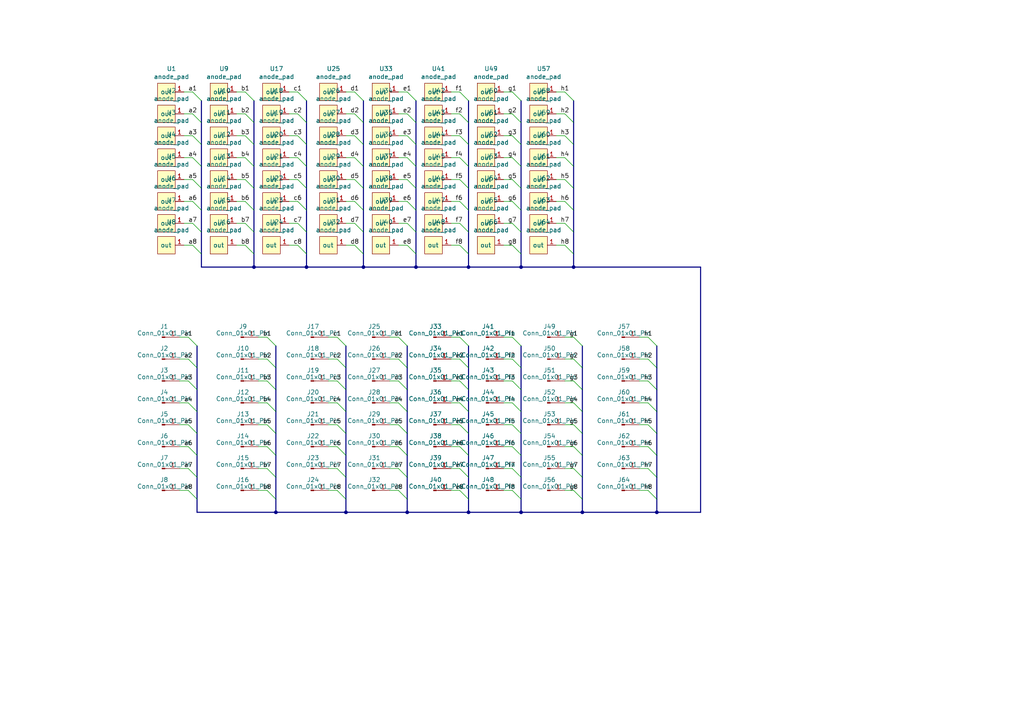
<source format=kicad_sch>
(kicad_sch (version 20230121) (generator eeschema)
  (paper "A4")
  (junction (at 120.65 77.47))
  (junction (at 118.11 148.59))
  (junction (at 73.66 77.47))
  (junction (at 151.13 77.47))
  (junction (at 151.13 148.59))
  (junction (at 105.41 77.47))
  (junction (at 190.5 148.59))
  (junction (at 80.01 148.59))
  (junction (at 88.9 77.47))
  (junction (at 135.89 77.47))
  (junction (at 166.37 77.47))
  (junction (at 168.91 148.59))
  (junction (at 135.89 148.59))
  (junction (at 100.33 148.59))
  (bus_entry (at 115.57 135.89) (size 2.54 2.54))
  (bus_entry (at 187.96 129.54) (size 2.54 2.54))
  (bus_entry (at 148.59 104.14) (size 2.54 2.54))
  (bus_entry (at 54.61 123.19) (size 2.54 2.54))
  (bus_entry (at 133.35 142.24) (size 2.54 2.54))
  (bus_entry (at 115.57 129.54) (size 2.54 2.54))
  (bus_entry (at 97.79 97.79) (size 2.54 2.54))
  (bus_entry (at 97.79 135.89) (size 2.54 2.54))
  (bus_entry (at 102.87 45.72) (size 2.54 2.54))
  (bus_entry (at 148.59 58.42) (size 2.54 2.54))
  (bus_entry (at 71.12 39.37) (size 2.54 2.54))
  (bus_entry (at 133.35 39.37) (size 2.54 2.54))
  (bus_entry (at 71.12 58.42) (size 2.54 2.54))
  (bus_entry (at 148.59 71.12) (size 2.54 2.54))
  (bus_entry (at 166.37 142.24) (size 2.54 2.54))
  (bus_entry (at 148.59 116.84) (size 2.54 2.54))
  (bus_entry (at 148.59 129.54) (size 2.54 2.54))
  (bus_entry (at 55.88 39.37) (size 2.54 2.54))
  (bus_entry (at 102.87 71.12) (size 2.54 2.54))
  (bus_entry (at 163.83 52.07) (size 2.54 2.54))
  (bus_entry (at 77.47 116.84) (size 2.54 2.54))
  (bus_entry (at 148.59 45.72) (size 2.54 2.54))
  (bus_entry (at 97.79 110.49) (size 2.54 2.54))
  (bus_entry (at 115.57 116.84) (size 2.54 2.54))
  (bus_entry (at 86.36 45.72) (size 2.54 2.54))
  (bus_entry (at 148.59 64.77) (size 2.54 2.54))
  (bus_entry (at 166.37 110.49) (size 2.54 2.54))
  (bus_entry (at 118.11 45.72) (size 2.54 2.54))
  (bus_entry (at 86.36 64.77) (size 2.54 2.54))
  (bus_entry (at 97.79 142.24) (size 2.54 2.54))
  (bus_entry (at 102.87 26.67) (size 2.54 2.54))
  (bus_entry (at 55.88 64.77) (size 2.54 2.54))
  (bus_entry (at 187.96 110.49) (size 2.54 2.54))
  (bus_entry (at 71.12 64.77) (size 2.54 2.54))
  (bus_entry (at 86.36 52.07) (size 2.54 2.54))
  (bus_entry (at 118.11 26.67) (size 2.54 2.54))
  (bus_entry (at 133.35 116.84) (size 2.54 2.54))
  (bus_entry (at 115.57 123.19) (size 2.54 2.54))
  (bus_entry (at 133.35 129.54) (size 2.54 2.54))
  (bus_entry (at 148.59 110.49) (size 2.54 2.54))
  (bus_entry (at 71.12 52.07) (size 2.54 2.54))
  (bus_entry (at 133.35 52.07) (size 2.54 2.54))
  (bus_entry (at 97.79 116.84) (size 2.54 2.54))
  (bus_entry (at 148.59 39.37) (size 2.54 2.54))
  (bus_entry (at 54.61 135.89) (size 2.54 2.54))
  (bus_entry (at 187.96 97.79) (size 2.54 2.54))
  (bus_entry (at 133.35 33.02) (size 2.54 2.54))
  (bus_entry (at 133.35 135.89) (size 2.54 2.54))
  (bus_entry (at 102.87 33.02) (size 2.54 2.54))
  (bus_entry (at 166.37 135.89) (size 2.54 2.54))
  (bus_entry (at 133.35 104.14) (size 2.54 2.54))
  (bus_entry (at 54.61 110.49) (size 2.54 2.54))
  (bus_entry (at 163.83 33.02) (size 2.54 2.54))
  (bus_entry (at 115.57 104.14) (size 2.54 2.54))
  (bus_entry (at 166.37 116.84) (size 2.54 2.54))
  (bus_entry (at 97.79 123.19) (size 2.54 2.54))
  (bus_entry (at 166.37 97.79) (size 2.54 2.54))
  (bus_entry (at 77.47 104.14) (size 2.54 2.54))
  (bus_entry (at 54.61 116.84) (size 2.54 2.54))
  (bus_entry (at 163.83 26.67) (size 2.54 2.54))
  (bus_entry (at 86.36 58.42) (size 2.54 2.54))
  (bus_entry (at 148.59 52.07) (size 2.54 2.54))
  (bus_entry (at 148.59 33.02) (size 2.54 2.54))
  (bus_entry (at 55.88 45.72) (size 2.54 2.54))
  (bus_entry (at 163.83 64.77) (size 2.54 2.54))
  (bus_entry (at 133.35 97.79) (size 2.54 2.54))
  (bus_entry (at 102.87 39.37) (size 2.54 2.54))
  (bus_entry (at 97.79 104.14) (size 2.54 2.54))
  (bus_entry (at 71.12 26.67) (size 2.54 2.54))
  (bus_entry (at 187.96 116.84) (size 2.54 2.54))
  (bus_entry (at 55.88 58.42) (size 2.54 2.54))
  (bus_entry (at 118.11 39.37) (size 2.54 2.54))
  (bus_entry (at 133.35 71.12) (size 2.54 2.54))
  (bus_entry (at 166.37 104.14) (size 2.54 2.54))
  (bus_entry (at 102.87 64.77) (size 2.54 2.54))
  (bus_entry (at 54.61 97.79) (size 2.54 2.54))
  (bus_entry (at 54.61 142.24) (size 2.54 2.54))
  (bus_entry (at 133.35 110.49) (size 2.54 2.54))
  (bus_entry (at 187.96 123.19) (size 2.54 2.54))
  (bus_entry (at 71.12 45.72) (size 2.54 2.54))
  (bus_entry (at 118.11 71.12) (size 2.54 2.54))
  (bus_entry (at 77.47 110.49) (size 2.54 2.54))
  (bus_entry (at 187.96 142.24) (size 2.54 2.54))
  (bus_entry (at 163.83 71.12) (size 2.54 2.54))
  (bus_entry (at 118.11 58.42) (size 2.54 2.54))
  (bus_entry (at 148.59 26.67) (size 2.54 2.54))
  (bus_entry (at 133.35 26.67) (size 2.54 2.54))
  (bus_entry (at 133.35 123.19) (size 2.54 2.54))
  (bus_entry (at 115.57 97.79) (size 2.54 2.54))
  (bus_entry (at 115.57 142.24) (size 2.54 2.54))
  (bus_entry (at 86.36 71.12) (size 2.54 2.54))
  (bus_entry (at 187.96 135.89) (size 2.54 2.54))
  (bus_entry (at 86.36 26.67) (size 2.54 2.54))
  (bus_entry (at 77.47 97.79) (size 2.54 2.54))
  (bus_entry (at 133.35 58.42) (size 2.54 2.54))
  (bus_entry (at 55.88 52.07) (size 2.54 2.54))
  (bus_entry (at 166.37 129.54) (size 2.54 2.54))
  (bus_entry (at 97.79 129.54) (size 2.54 2.54))
  (bus_entry (at 77.47 142.24) (size 2.54 2.54))
  (bus_entry (at 148.59 123.19) (size 2.54 2.54))
  (bus_entry (at 77.47 129.54) (size 2.54 2.54))
  (bus_entry (at 163.83 58.42) (size 2.54 2.54))
  (bus_entry (at 115.57 110.49) (size 2.54 2.54))
  (bus_entry (at 118.11 52.07) (size 2.54 2.54))
  (bus_entry (at 77.47 135.89) (size 2.54 2.54))
  (bus_entry (at 148.59 135.89) (size 2.54 2.54))
  (bus_entry (at 187.96 104.14) (size 2.54 2.54))
  (bus_entry (at 148.59 142.24) (size 2.54 2.54))
  (bus_entry (at 54.61 104.14) (size 2.54 2.54))
  (bus_entry (at 166.37 123.19) (size 2.54 2.54))
  (bus_entry (at 163.83 45.72) (size 2.54 2.54))
  (bus_entry (at 55.88 26.67) (size 2.54 2.54))
  (bus_entry (at 133.35 45.72) (size 2.54 2.54))
  (bus_entry (at 118.11 33.02) (size 2.54 2.54))
  (bus_entry (at 133.35 64.77) (size 2.54 2.54))
  (bus_entry (at 55.88 71.12) (size 2.54 2.54))
  (bus_entry (at 163.83 39.37) (size 2.54 2.54))
  (bus_entry (at 102.87 52.07) (size 2.54 2.54))
  (bus_entry (at 54.61 129.54) (size 2.54 2.54))
  (bus_entry (at 55.88 33.02) (size 2.54 2.54))
  (bus_entry (at 102.87 58.42) (size 2.54 2.54))
  (bus_entry (at 118.11 64.77) (size 2.54 2.54))
  (bus_entry (at 148.59 97.79) (size 2.54 2.54))
  (bus_entry (at 86.36 39.37) (size 2.54 2.54))
  (bus_entry (at 71.12 33.02) (size 2.54 2.54))
  (bus_entry (at 86.36 33.02) (size 2.54 2.54))
  (bus_entry (at 71.12 71.12) (size 2.54 2.54))
  (bus_entry (at 77.47 123.19) (size 2.54 2.54))
  (wire (pts (xy 53.34 45.72) (xy 55.88 45.72)))
  (wire (pts (xy 163.83 135.89) (xy 166.37 135.89)))
  (wire (pts (xy 74.93 97.79) (xy 77.47 97.79)))
  (bus (pts (xy 166.37 41.91) (xy 166.37 48.26)))
  (wire (pts (xy 74.93 129.54) (xy 77.47 129.54)))
  (bus (pts (xy 166.37 29.21) (xy 166.37 35.56)))
  (bus (pts (xy 190.5 138.43) (xy 190.5 144.78)))
  (bus (pts (xy 118.11 148.59) (xy 135.89 148.59)))
  (bus (pts (xy 58.42 67.31) (xy 58.42 73.66)))
  (bus (pts (xy 80.01 148.59) (xy 100.33 148.59)))
  (wire (pts (xy 113.03 97.79) (xy 115.57 97.79)))
  (wire (pts (xy 130.81 135.89) (xy 133.35 135.89)))
  (bus (pts (xy 135.89 113.03) (xy 135.89 119.38)))
  (wire (pts (xy 68.58 71.12) (xy 71.12 71.12)))
  (bus (pts (xy 80.01 113.03) (xy 80.01 119.38)))
  (wire (pts (xy 146.05 123.19) (xy 148.59 123.19)))
  (bus (pts (xy 190.5 100.33) (xy 190.5 106.68)))
  (bus (pts (xy 58.42 35.56) (xy 58.42 41.91)))
  (bus (pts (xy 105.41 73.66) (xy 105.41 77.47)))
  (bus (pts (xy 151.13 125.73) (xy 151.13 132.08)))
  (wire (pts (xy 74.93 135.89) (xy 77.47 135.89)))
  (bus (pts (xy 57.15 113.03) (xy 57.15 119.38)))
  (wire (pts (xy 163.83 97.79) (xy 166.37 97.79)))
  (wire (pts (xy 53.34 64.77) (xy 55.88 64.77)))
  (wire (pts (xy 185.42 129.54) (xy 187.96 129.54)))
  (wire (pts (xy 163.83 129.54) (xy 166.37 129.54)))
  (bus (pts (xy 80.01 119.38) (xy 80.01 125.73)))
  (wire (pts (xy 185.42 104.14) (xy 187.96 104.14)))
  (wire (pts (xy 113.03 123.19) (xy 115.57 123.19)))
  (bus (pts (xy 58.42 77.47) (xy 73.66 77.47)))
  (bus (pts (xy 135.89 100.33) (xy 135.89 106.68)))
  (wire (pts (xy 130.81 71.12) (xy 133.35 71.12)))
  (bus (pts (xy 118.11 138.43) (xy 118.11 144.78)))
  (bus (pts (xy 105.41 60.96) (xy 105.41 67.31)))
  (wire (pts (xy 68.58 26.67) (xy 71.12 26.67)))
  (wire (pts (xy 95.25 110.49) (xy 97.79 110.49)))
  (wire (pts (xy 83.82 71.12) (xy 86.36 71.12)))
  (wire (pts (xy 130.81 52.07) (xy 133.35 52.07)))
  (bus (pts (xy 151.13 106.68) (xy 151.13 113.03)))
  (wire (pts (xy 74.93 142.24) (xy 77.47 142.24)))
  (bus (pts (xy 100.33 106.68) (xy 100.33 113.03)))
  (bus (pts (xy 168.91 138.43) (xy 168.91 144.78)))
  (wire (pts (xy 113.03 129.54) (xy 115.57 129.54)))
  (wire (pts (xy 115.57 71.12) (xy 118.11 71.12)))
  (wire (pts (xy 115.57 64.77) (xy 118.11 64.77)))
  (bus (pts (xy 105.41 48.26) (xy 105.41 54.61)))
  (bus (pts (xy 166.37 35.56) (xy 166.37 41.91)))
  (bus (pts (xy 135.89 119.38) (xy 135.89 125.73)))
  (bus (pts (xy 58.42 54.61) (xy 58.42 60.96)))
  (wire (pts (xy 146.05 97.79) (xy 148.59 97.79)))
  (wire (pts (xy 95.25 97.79) (xy 97.79 97.79)))
  (bus (pts (xy 151.13 144.78) (xy 151.13 148.59)))
  (bus (pts (xy 166.37 60.96) (xy 166.37 67.31)))
  (bus (pts (xy 100.33 119.38) (xy 100.33 125.73)))
  (bus (pts (xy 118.11 106.68) (xy 118.11 113.03)))
  (bus (pts (xy 118.11 125.73) (xy 118.11 132.08)))
  (wire (pts (xy 115.57 26.67) (xy 118.11 26.67)))
  (wire (pts (xy 185.42 123.19) (xy 187.96 123.19)))
  (wire (pts (xy 68.58 64.77) (xy 71.12 64.77)))
  (wire (pts (xy 95.25 142.24) (xy 97.79 142.24)))
  (wire (pts (xy 115.57 33.02) (xy 118.11 33.02)))
  (bus (pts (xy 105.41 41.91) (xy 105.41 48.26)))
  (bus (pts (xy 135.89 125.73) (xy 135.89 132.08)))
  (bus (pts (xy 166.37 77.47) (xy 203.2 77.47)))
  (bus (pts (xy 118.11 113.03) (xy 118.11 119.38)))
  (bus (pts (xy 120.65 67.31) (xy 120.65 73.66)))
  (wire (pts (xy 95.25 129.54) (xy 97.79 129.54)))
  (wire (pts (xy 83.82 33.02) (xy 86.36 33.02)))
  (wire (pts (xy 163.83 142.24) (xy 166.37 142.24)))
  (bus (pts (xy 88.9 41.91) (xy 88.9 48.26)))
  (wire (pts (xy 68.58 52.07) (xy 71.12 52.07)))
  (wire (pts (xy 130.81 116.84) (xy 133.35 116.84)))
  (wire (pts (xy 130.81 33.02) (xy 133.35 33.02)))
  (bus (pts (xy 100.33 148.59) (xy 118.11 148.59)))
  (bus (pts (xy 80.01 138.43) (xy 80.01 144.78)))
  (wire (pts (xy 185.42 116.84) (xy 187.96 116.84)))
  (bus (pts (xy 88.9 35.56) (xy 88.9 41.91)))
  (wire (pts (xy 146.05 33.02) (xy 148.59 33.02)))
  (bus (pts (xy 151.13 113.03) (xy 151.13 119.38)))
  (bus (pts (xy 135.89 60.96) (xy 135.89 67.31)))
  (bus (pts (xy 57.15 138.43) (xy 57.15 144.78)))
  (wire (pts (xy 95.25 104.14) (xy 97.79 104.14)))
  (wire (pts (xy 161.29 52.07) (xy 163.83 52.07)))
  (bus (pts (xy 135.89 35.56) (xy 135.89 41.91)))
  (wire (pts (xy 95.25 135.89) (xy 97.79 135.89)))
  (bus (pts (xy 151.13 148.59) (xy 168.91 148.59)))
  (wire (pts (xy 115.57 52.07) (xy 118.11 52.07)))
  (bus (pts (xy 88.9 77.47) (xy 105.41 77.47)))
  (wire (pts (xy 68.58 39.37) (xy 71.12 39.37)))
  (wire (pts (xy 115.57 45.72) (xy 118.11 45.72)))
  (wire (pts (xy 52.07 110.49) (xy 54.61 110.49)))
  (bus (pts (xy 151.13 41.91) (xy 151.13 48.26)))
  (bus (pts (xy 151.13 67.31) (xy 151.13 73.66)))
  (bus (pts (xy 100.33 113.03) (xy 100.33 119.38)))
  (wire (pts (xy 100.33 33.02) (xy 102.87 33.02)))
  (wire (pts (xy 130.81 129.54) (xy 133.35 129.54)))
  (bus (pts (xy 57.15 106.68) (xy 57.15 113.03)))
  (bus (pts (xy 151.13 60.96) (xy 151.13 67.31)))
  (wire (pts (xy 95.25 123.19) (xy 97.79 123.19)))
  (bus (pts (xy 190.5 125.73) (xy 190.5 132.08)))
  (wire (pts (xy 130.81 39.37) (xy 133.35 39.37)))
  (wire (pts (xy 83.82 64.77) (xy 86.36 64.77)))
  (wire (pts (xy 100.33 39.37) (xy 102.87 39.37)))
  (wire (pts (xy 163.83 123.19) (xy 166.37 123.19)))
  (bus (pts (xy 151.13 138.43) (xy 151.13 144.78)))
  (wire (pts (xy 52.07 104.14) (xy 54.61 104.14)))
  (wire (pts (xy 146.05 26.67) (xy 148.59 26.67)))
  (wire (pts (xy 130.81 26.67) (xy 133.35 26.67)))
  (bus (pts (xy 57.15 100.33) (xy 57.15 106.68)))
  (bus (pts (xy 135.89 138.43) (xy 135.89 144.78)))
  (bus (pts (xy 58.42 73.66) (xy 58.42 77.47)))
  (bus (pts (xy 105.41 35.56) (xy 105.41 41.91)))
  (wire (pts (xy 113.03 142.24) (xy 115.57 142.24)))
  (bus (pts (xy 151.13 132.08) (xy 151.13 138.43)))
  (bus (pts (xy 58.42 60.96) (xy 58.42 67.31)))
  (bus (pts (xy 135.89 148.59) (xy 151.13 148.59)))
  (bus (pts (xy 57.15 132.08) (xy 57.15 138.43)))
  (wire (pts (xy 130.81 58.42) (xy 133.35 58.42)))
  (wire (pts (xy 146.05 104.14) (xy 148.59 104.14)))
  (wire (pts (xy 113.03 110.49) (xy 115.57 110.49)))
  (wire (pts (xy 113.03 104.14) (xy 115.57 104.14)))
  (wire (pts (xy 83.82 52.07) (xy 86.36 52.07)))
  (wire (pts (xy 146.05 45.72) (xy 148.59 45.72)))
  (wire (pts (xy 146.05 71.12) (xy 148.59 71.12)))
  (bus (pts (xy 100.33 125.73) (xy 100.33 132.08)))
  (bus (pts (xy 88.9 48.26) (xy 88.9 54.61)))
  (wire (pts (xy 130.81 123.19) (xy 133.35 123.19)))
  (wire (pts (xy 163.83 116.84) (xy 166.37 116.84)))
  (wire (pts (xy 185.42 142.24) (xy 187.96 142.24)))
  (wire (pts (xy 163.83 104.14) (xy 166.37 104.14)))
  (bus (pts (xy 80.01 144.78) (xy 80.01 148.59)))
  (bus (pts (xy 135.89 41.91) (xy 135.89 48.26)))
  (bus (pts (xy 135.89 29.21) (xy 135.89 35.56)))
  (bus (pts (xy 80.01 125.73) (xy 80.01 132.08)))
  (bus (pts (xy 118.11 144.78) (xy 118.11 148.59)))
  (wire (pts (xy 83.82 39.37) (xy 86.36 39.37)))
  (bus (pts (xy 73.66 41.91) (xy 73.66 48.26)))
  (wire (pts (xy 146.05 142.24) (xy 148.59 142.24)))
  (bus (pts (xy 120.65 35.56) (xy 120.65 41.91)))
  (bus (pts (xy 88.9 29.21) (xy 88.9 35.56)))
  (wire (pts (xy 68.58 33.02) (xy 71.12 33.02)))
  (wire (pts (xy 161.29 45.72) (xy 163.83 45.72)))
  (wire (pts (xy 83.82 58.42) (xy 86.36 58.42)))
  (bus (pts (xy 151.13 77.47) (xy 166.37 77.47)))
  (bus (pts (xy 151.13 119.38) (xy 151.13 125.73)))
  (bus (pts (xy 88.9 54.61) (xy 88.9 60.96)))
  (wire (pts (xy 113.03 116.84) (xy 115.57 116.84)))
  (bus (pts (xy 135.89 73.66) (xy 135.89 77.47)))
  (wire (pts (xy 53.34 58.42) (xy 55.88 58.42)))
  (bus (pts (xy 190.5 144.78) (xy 190.5 148.59)))
  (bus (pts (xy 57.15 148.59) (xy 80.01 148.59)))
  (bus (pts (xy 166.37 48.26) (xy 166.37 54.61)))
  (bus (pts (xy 151.13 73.66) (xy 151.13 77.47)))
  (wire (pts (xy 83.82 26.67) (xy 86.36 26.67)))
  (bus (pts (xy 168.91 113.03) (xy 168.91 119.38)))
  (bus (pts (xy 100.33 144.78) (xy 100.33 148.59)))
  (wire (pts (xy 74.93 110.49) (xy 77.47 110.49)))
  (bus (pts (xy 73.66 67.31) (xy 73.66 73.66)))
  (bus (pts (xy 120.65 60.96) (xy 120.65 67.31)))
  (bus (pts (xy 118.11 132.08) (xy 118.11 138.43)))
  (wire (pts (xy 146.05 129.54) (xy 148.59 129.54)))
  (bus (pts (xy 168.91 106.68) (xy 168.91 113.03)))
  (wire (pts (xy 146.05 64.77) (xy 148.59 64.77)))
  (bus (pts (xy 73.66 60.96) (xy 73.66 67.31)))
  (bus (pts (xy 190.5 106.68) (xy 190.5 113.03)))
  (wire (pts (xy 130.81 142.24) (xy 133.35 142.24)))
  (wire (pts (xy 163.83 110.49) (xy 166.37 110.49)))
  (wire (pts (xy 53.34 52.07) (xy 55.88 52.07)))
  (bus (pts (xy 73.66 73.66) (xy 73.66 77.47)))
  (wire (pts (xy 83.82 45.72) (xy 86.36 45.72)))
  (wire (pts (xy 130.81 104.14) (xy 133.35 104.14)))
  (bus (pts (xy 120.65 41.91) (xy 120.65 48.26)))
  (bus (pts (xy 135.89 77.47) (xy 151.13 77.47)))
  (bus (pts (xy 88.9 73.66) (xy 88.9 77.47)))
  (wire (pts (xy 161.29 58.42) (xy 163.83 58.42)))
  (bus (pts (xy 135.89 144.78) (xy 135.89 148.59)))
  (wire (pts (xy 161.29 64.77) (xy 163.83 64.77)))
  (bus (pts (xy 190.5 132.08) (xy 190.5 138.43)))
  (bus (pts (xy 135.89 54.61) (xy 135.89 60.96)))
  (wire (pts (xy 146.05 39.37) (xy 148.59 39.37)))
  (bus (pts (xy 190.5 119.38) (xy 190.5 125.73)))
  (wire (pts (xy 52.07 116.84) (xy 54.61 116.84)))
  (bus (pts (xy 166.37 54.61) (xy 166.37 60.96)))
  (bus (pts (xy 57.15 144.78) (xy 57.15 148.59)))
  (bus (pts (xy 100.33 132.08) (xy 100.33 138.43)))
  (bus (pts (xy 88.9 60.96) (xy 88.9 67.31)))
  (bus (pts (xy 58.42 29.21) (xy 58.42 35.56)))
  (wire (pts (xy 100.33 26.67) (xy 102.87 26.67)))
  (bus (pts (xy 58.42 41.91) (xy 58.42 48.26)))
  (wire (pts (xy 146.05 52.07) (xy 148.59 52.07)))
  (wire (pts (xy 52.07 142.24) (xy 54.61 142.24)))
  (bus (pts (xy 151.13 48.26) (xy 151.13 54.61)))
  (bus (pts (xy 135.89 48.26) (xy 135.89 54.61)))
  (wire (pts (xy 100.33 71.12) (xy 102.87 71.12)))
  (wire (pts (xy 146.05 135.89) (xy 148.59 135.89)))
  (wire (pts (xy 115.57 39.37) (xy 118.11 39.37)))
  (wire (pts (xy 161.29 26.67) (xy 163.83 26.67)))
  (bus (pts (xy 57.15 125.73) (xy 57.15 132.08)))
  (bus (pts (xy 168.91 144.78) (xy 168.91 148.59)))
  (bus (pts (xy 57.15 119.38) (xy 57.15 125.73)))
  (bus (pts (xy 73.66 48.26) (xy 73.66 54.61)))
  (wire (pts (xy 52.07 135.89) (xy 54.61 135.89)))
  (bus (pts (xy 73.66 77.47) (xy 88.9 77.47)))
  (wire (pts (xy 185.42 110.49) (xy 187.96 110.49)))
  (bus (pts (xy 120.65 29.21) (xy 120.65 35.56)))
  (bus (pts (xy 168.91 148.59) (xy 190.5 148.59)))
  (bus (pts (xy 203.2 77.47) (xy 203.2 148.59)))
  (bus (pts (xy 88.9 67.31) (xy 88.9 73.66)))
  (bus (pts (xy 120.65 48.26) (xy 120.65 54.61)))
  (bus (pts (xy 120.65 73.66) (xy 120.65 77.47)))
  (bus (pts (xy 73.66 54.61) (xy 73.66 60.96)))
  (wire (pts (xy 52.07 123.19) (xy 54.61 123.19)))
  (bus (pts (xy 118.11 100.33) (xy 118.11 106.68)))
  (bus (pts (xy 151.13 29.21) (xy 151.13 35.56)))
  (wire (pts (xy 74.93 116.84) (xy 77.47 116.84)))
  (wire (pts (xy 130.81 110.49) (xy 133.35 110.49)))
  (wire (pts (xy 130.81 64.77) (xy 133.35 64.77)))
  (wire (pts (xy 130.81 45.72) (xy 133.35 45.72)))
  (bus (pts (xy 120.65 77.47) (xy 135.89 77.47)))
  (bus (pts (xy 190.5 113.03) (xy 190.5 119.38)))
  (wire (pts (xy 161.29 71.12) (xy 163.83 71.12)))
  (bus (pts (xy 166.37 73.66) (xy 166.37 77.47)))
  (wire (pts (xy 95.25 116.84) (xy 97.79 116.84)))
  (bus (pts (xy 73.66 35.56) (xy 73.66 41.91)))
  (wire (pts (xy 185.42 97.79) (xy 187.96 97.79)))
  (wire (pts (xy 113.03 135.89) (xy 115.57 135.89)))
  (bus (pts (xy 58.42 48.26) (xy 58.42 54.61)))
  (bus (pts (xy 135.89 67.31) (xy 135.89 73.66)))
  (bus (pts (xy 203.2 148.59) (xy 190.5 148.59)))
  (bus (pts (xy 100.33 100.33) (xy 100.33 106.68)))
  (bus (pts (xy 135.89 132.08) (xy 135.89 138.43)))
  (wire (pts (xy 130.81 97.79) (xy 133.35 97.79)))
  (wire (pts (xy 146.05 58.42) (xy 148.59 58.42)))
  (wire (pts (xy 53.34 26.67) (xy 55.88 26.67)))
  (wire (pts (xy 146.05 110.49) (xy 148.59 110.49)))
  (wire (pts (xy 68.58 58.42) (xy 71.12 58.42)))
  (bus (pts (xy 168.91 125.73) (xy 168.91 132.08)))
  (wire (pts (xy 185.42 135.89) (xy 187.96 135.89)))
  (wire (pts (xy 68.58 45.72) (xy 71.12 45.72)))
  (wire (pts (xy 52.07 129.54) (xy 54.61 129.54)))
  (bus (pts (xy 105.41 77.47) (xy 120.65 77.47)))
  (bus (pts (xy 120.65 54.61) (xy 120.65 60.96)))
  (wire (pts (xy 146.05 116.84) (xy 148.59 116.84)))
  (wire (pts (xy 74.93 104.14) (xy 77.47 104.14)))
  (wire (pts (xy 53.34 33.02) (xy 55.88 33.02)))
  (bus (pts (xy 73.66 29.21) (xy 73.66 35.56)))
  (wire (pts (xy 100.33 52.07) (xy 102.87 52.07)))
  (wire (pts (xy 161.29 33.02) (xy 163.83 33.02)))
  (bus (pts (xy 105.41 67.31) (xy 105.41 73.66)))
  (bus (pts (xy 135.89 106.68) (xy 135.89 113.03)))
  (bus (pts (xy 100.33 138.43) (xy 100.33 144.78)))
  (wire (pts (xy 100.33 45.72) (xy 102.87 45.72)))
  (wire (pts (xy 52.07 97.79) (xy 54.61 97.79)))
  (wire (pts (xy 100.33 64.77) (xy 102.87 64.77)))
  (bus (pts (xy 151.13 35.56) (xy 151.13 41.91)))
  (wire (pts (xy 161.29 39.37) (xy 163.83 39.37)))
  (bus (pts (xy 105.41 29.21) (xy 105.41 35.56)))
  (bus (pts (xy 168.91 132.08) (xy 168.91 138.43)))
  (bus (pts (xy 168.91 119.38) (xy 168.91 125.73)))
  (bus (pts (xy 80.01 100.33) (xy 80.01 106.68)))
  (bus (pts (xy 80.01 132.08) (xy 80.01 138.43)))
  (wire (pts (xy 53.34 71.12) (xy 55.88 71.12)))
  (bus (pts (xy 80.01 106.68) (xy 80.01 113.03)))
  (wire (pts (xy 53.34 39.37) (xy 55.88 39.37)))
  (bus (pts (xy 105.41 54.61) (xy 105.41 60.96)))
  (bus (pts (xy 151.13 54.61) (xy 151.13 60.96)))
  (wire (pts (xy 74.93 123.19) (xy 77.47 123.19)))
  (bus (pts (xy 118.11 119.38) (xy 118.11 125.73)))
  (bus (pts (xy 151.13 100.33) (xy 151.13 106.68)))
  (bus (pts (xy 168.91 100.33) (xy 168.91 106.68)))
  (wire (pts (xy 115.57 58.42) (xy 118.11 58.42)))
  (bus (pts (xy 166.37 67.31) (xy 166.37 73.66)))
  (wire (pts (xy 100.33 58.42) (xy 102.87 58.42)))
  (label "f2" (at 132.08 33.02 0))
  (label "d6" (at 114.3 129.54 0))
  (label "f1" (at 147.32 97.79 0))
  (label "a8" (at 54.61 71.12 0))
  (label "d7" (at 114.3 135.89 0))
  (label "c4" (at 85.09 45.72 0))
  (label "b6" (at 69.85 58.42 0))
  (label "b2" (at 76.2 104.14 0))
  (label "e8" (at 132.08 142.24 0))
  (label "c6" (at 85.09 58.42 0))
  (label "a4" (at 53.34 116.84 0))
  (label "a6" (at 54.61 58.42 0))
  (label "d7" (at 101.6 64.77 0))
  (label "g3" (at 165.1 110.49 0))
  (label "f8" (at 147.32 142.24 0))
  (label "c2" (at 96.52 104.14 0))
  (label "e1" (at 132.08 97.79 0))
  (label "e5" (at 132.08 123.19 0))
  (label "c1" (at 96.52 97.79 0))
  (label "h8" (at 162.56 71.12 0))
  (label "c8" (at 85.09 71.12 0))
  (label "d8" (at 114.3 142.24 0))
  (label "h3" (at 162.56 39.37 0))
  (label "h6" (at 186.69 129.54 0))
  (label "f2" (at 147.32 104.14 0))
  (label "b3" (at 69.85 39.37 0))
  (label "h6" (at 162.56 58.42 0))
  (label "g7" (at 165.1 135.89 0))
  (label "e3" (at 132.08 110.49 0))
  (label "h5" (at 186.69 123.19 0))
  (label "e2" (at 132.08 104.14 0))
  (label "d2" (at 114.3 104.14 0))
  (label "b2" (at 69.85 33.02 0))
  (label "b1" (at 76.2 97.79 0))
  (label "b1" (at 69.85 26.67 0))
  (label "c8" (at 96.52 142.24 0))
  (label "b7" (at 69.85 64.77 0))
  (label "c5" (at 85.09 52.07 0))
  (label "b3" (at 76.2 110.49 0))
  (label "f6" (at 147.32 129.54 0))
  (label "a7" (at 54.61 64.77 0))
  (label "d5" (at 101.6 52.07 0))
  (label "b7" (at 76.2 135.89 0))
  (label "f4" (at 147.32 116.84 0))
  (label "f7" (at 147.32 135.89 0))
  (label "a1" (at 54.61 26.67 0))
  (label "d8" (at 101.6 71.12 0))
  (label "f5" (at 132.08 52.07 0))
  (label "d5" (at 114.3 123.19 0))
  (label "d3" (at 101.6 39.37 0))
  (label "c2" (at 85.09 33.02 0))
  (label "e8" (at 116.84 71.12 0))
  (label "d1" (at 114.3 97.79 0))
  (label "g2" (at 147.32 33.02 0))
  (label "f1" (at 132.08 26.67 0))
  (label "f8" (at 132.08 71.12 0))
  (label "g1" (at 165.1 97.79 0))
  (label "f3" (at 132.08 39.37 0))
  (label "h8" (at 186.69 142.24 0))
  (label "f5" (at 147.32 123.19 0))
  (label "d3" (at 114.3 110.49 0))
  (label "a5" (at 53.34 123.19 0))
  (label "f6" (at 132.08 58.42 0))
  (label "g2" (at 165.1 104.14 0))
  (label "b4" (at 76.2 116.84 0))
  (label "d6" (at 101.6 58.42 0))
  (label "g6" (at 147.32 58.42 0))
  (label "h7" (at 162.56 64.77 0))
  (label "g5" (at 147.32 52.07 0))
  (label "b4" (at 69.85 45.72 0))
  (label "b8" (at 76.2 142.24 0))
  (label "g4" (at 165.1 116.84 0))
  (label "f3" (at 147.32 110.49 0))
  (label "b5" (at 76.2 123.19 0))
  (label "g4" (at 147.32 45.72 0))
  (label "e4" (at 116.84 45.72 0))
  (label "a2" (at 53.34 104.14 0))
  (label "h1" (at 186.69 97.79 0))
  (label "h2" (at 186.69 104.14 0))
  (label "c7" (at 96.52 135.89 0))
  (label "a4" (at 54.61 45.72 0))
  (label "h3" (at 186.69 110.49 0))
  (label "a3" (at 54.61 39.37 0))
  (label "f4" (at 132.08 45.72 0))
  (label "b8" (at 69.85 71.12 0))
  (label "b5" (at 69.85 52.07 0))
  (label "g8" (at 165.1 142.24 0))
  (label "e5" (at 116.84 52.07 0))
  (label "g1" (at 147.32 26.67 0))
  (label "a3" (at 53.34 110.49 0))
  (label "a1" (at 53.34 97.79 0))
  (label "h5" (at 162.56 52.07 0))
  (label "g6" (at 165.1 129.54 0))
  (label "c3" (at 85.09 39.37 0))
  (label "h4" (at 186.69 116.84 0))
  (label "a5" (at 54.61 52.07 0))
  (label "e2" (at 116.84 33.02 0))
  (label "d1" (at 101.6 26.67 0))
  (label "h7" (at 186.69 135.89 0))
  (label "e1" (at 116.84 26.67 0))
  (label "e6" (at 116.84 58.42 0))
  (label "a8" (at 53.34 142.24 0))
  (label "e7" (at 132.08 135.89 0))
  (label "d2" (at 101.6 33.02 0))
  (label "e3" (at 116.84 39.37 0))
  (label "h2" (at 162.56 33.02 0))
  (label "e6" (at 132.08 129.54 0))
  (label "d4" (at 101.6 45.72 0))
  (label "f7" (at 132.08 64.77 0))
  (label "e7" (at 116.84 64.77 0))
  (label "h4" (at 162.56 45.72 0))
  (label "a2" (at 54.61 33.02 0))
  (label "c6" (at 96.52 129.54 0))
  (label "a6" (at 53.34 129.54 0))
  (label "e4" (at 132.08 116.84 0))
  (label "c4" (at 96.52 116.84 0))
  (label "g8" (at 147.32 71.12 0))
  (label "a7" (at 53.34 135.89 0))
  (label "g5" (at 165.1 123.19 0))
  (label "b6" (at 76.2 129.54 0))
  (label "c3" (at 96.52 110.49 0))
  (label "g3" (at 147.32 39.37 0))
  (label "c5" (at 96.52 123.19 0))
  (label "c1" (at 85.09 26.67 0))
  (label "c7" (at 85.09 64.77 0))
  (label "h1" (at 162.56 26.67 0))
  (label "d4" (at 114.3 116.84 0))
  (label "g7" (at 147.32 64.77 0))
  (symbol (lib_id "pad_64in-rescue:anode_pad-Device") (at 63.5 26.67 0) (unit 1)
    (property "Reference" "U9" (at 64.9732 19.939 0))
    (property "Value" "anode_pad" (at 64.9732 22.2504 0))
    (property "Footprint" "AnodePads:anode_square_pad_no_hole" (effects hide))
  )
  (symbol (lib_id "Connector:Conn_01x01_Pin") (at 140.97 104.14 0) (unit 1)
    (property "Reference" "J42" (at 141.605 101.0539 0))
    (property "Value" "Conn_01x01_Pin" (at 141.605 102.9749 0))
    (property "Footprint" "AnodePads:PogoPinWithTail" (effects hide))
  )
  (symbol (lib_id "Connector:Conn_01x01_Pin") (at 180.34 97.79 0) (unit 1)
    (property "Reference" "J57" (at 180.975 94.7039 0))
    (property "Value" "Conn_01x01_Pin" (at 180.975 96.6249 0))
    (property "Footprint" "AnodePads:PogoPinWithTail" (effects hide))
  )
  (symbol (lib_id "Connector:Conn_01x01_Pin") (at 180.34 129.54 0) (unit 1)
    (property "Reference" "J62" (at 180.975 126.4539 0))
    (property "Value" "Conn_01x01_Pin" (at 180.975 128.3749 0))
    (property "Footprint" "AnodePads:PogoPinWithTail" (effects hide))
  )
  (symbol (lib_id "pad_64in-rescue:anode_pad-Device") (at 110.49 52.07 0) (unit 1)
    (property "Reference" "U37" (at 111.9632 45.339 0))
    (property "Value" "anode_pad" (at 111.9632 47.6504 0))
    (property "Footprint" "AnodePads:anode_square_pad_no_hole" (effects hide))
  )
  (symbol (lib_id "pad_64in-rescue:anode_pad-Device") (at 78.74 39.37 0) (unit 1)
    (property "Reference" "U19" (at 80.2132 32.639 0))
    (property "Value" "anode_pad" (at 80.2132 34.9504 0))
    (property "Footprint" "AnodePads:anode_square_pad_no_hole" (effects hide))
  )
  (symbol (lib_id "pad_64in-rescue:anode_pad-Device") (at 156.21 71.12 0) (unit 1)
    (property "Reference" "U64" (at 157.6832 64.389 0))
    (property "Value" "anode_pad" (at 157.6832 66.7004 0))
    (property "Footprint" "AnodePads:anode_square_pad_no_hole" (effects hide))
  )
  (symbol (lib_id "pad_64in-rescue:anode_pad-Device") (at 95.25 26.67 0) (unit 1)
    (property "Reference" "U25" (at 96.7232 19.939 0))
    (property "Value" "anode_pad" (at 96.7232 22.2504 0))
    (property "Footprint" "AnodePads:anode_square_pad_no_hole" (effects hide))
  )
  (symbol (lib_id "pad_64in-rescue:anode_pad-Device") (at 78.74 71.12 0) (unit 1)
    (property "Reference" "U24" (at 80.2132 64.389 0))
    (property "Value" "anode_pad" (at 80.2132 66.7004 0))
    (property "Footprint" "AnodePads:anode_square_pad_no_hole" (effects hide))
  )
  (symbol (lib_id "pad_64in-rescue:anode_pad-Device") (at 95.25 33.02 0) (unit 1)
    (property "Reference" "U26" (at 96.7232 26.289 0))
    (property "Value" "anode_pad" (at 96.7232 28.6004 0))
    (property "Footprint" "AnodePads:anode_square_pad_no_hole" (effects hide))
  )
  (symbol (lib_id "Connector:Conn_01x01_Pin") (at 107.95 135.89 0) (unit 1)
    (property "Reference" "J31" (at 108.585 132.8039 0))
    (property "Value" "Conn_01x01_Pin" (at 108.585 134.7249 0))
    (property "Footprint" "AnodePads:PogoPinWithTail" (effects hide))
  )
  (symbol (lib_id "pad_64in-rescue:anode_pad-Device") (at 125.73 33.02 0) (unit 1)
    (property "Reference" "U42" (at 127.2032 26.289 0))
    (property "Value" "anode_pad" (at 127.2032 28.6004 0))
    (property "Footprint" "AnodePads:anode_square_pad_no_hole" (effects hide))
  )
  (symbol (lib_id "Connector:Conn_01x01_Pin") (at 107.95 110.49 0) (unit 1)
    (property "Reference" "J27" (at 108.585 107.4039 0))
    (property "Value" "Conn_01x01_Pin" (at 108.585 109.3249 0))
    (property "Footprint" "AnodePads:PogoPinWithTail" (effects hide))
  )
  (symbol (lib_id "pad_64in-rescue:anode_pad-Device") (at 78.74 64.77 0) (unit 1)
    (property "Reference" "U23" (at 80.2132 58.039 0))
    (property "Value" "anode_pad" (at 80.2132 60.3504 0))
    (property "Footprint" "AnodePads:anode_square_pad_no_hole" (effects hide))
  )
  (symbol (lib_id "Connector:Conn_01x01_Pin") (at 158.75 129.54 0) (unit 1)
    (property "Reference" "J54" (at 159.385 126.4539 0))
    (property "Value" "Conn_01x01_Pin" (at 159.385 128.3749 0))
    (property "Footprint" "AnodePads:PogoPinWithTail" (effects hide))
  )
  (symbol (lib_id "pad_64in-rescue:anode_pad-Device") (at 95.25 64.77 0) (unit 1)
    (property "Reference" "U31" (at 96.7232 58.039 0))
    (property "Value" "anode_pad" (at 96.7232 60.3504 0))
    (property "Footprint" "AnodePads:anode_square_pad_no_hole" (effects hide))
  )
  (symbol (lib_id "pad_64in-rescue:anode_pad-Device") (at 63.5 45.72 0) (unit 1)
    (property "Reference" "U12" (at 64.9732 38.989 0))
    (property "Value" "anode_pad" (at 64.9732 41.3004 0))
    (property "Footprint" "AnodePads:anode_square_pad_no_hole" (effects hide))
  )
  (symbol (lib_id "Connector:Conn_01x01_Pin") (at 125.73 97.79 0) (unit 1)
    (property "Reference" "J33" (at 126.365 94.7039 0))
    (property "Value" "Conn_01x01_Pin" (at 126.365 96.6249 0))
    (property "Footprint" "AnodePads:PogoPinWithTail" (effects hide))
  )
  (symbol (lib_id "Connector:Conn_01x01_Pin") (at 107.95 104.14 0) (unit 1)
    (property "Reference" "J26" (at 108.585 101.0539 0))
    (property "Value" "Conn_01x01_Pin" (at 108.585 102.9749 0))
    (property "Footprint" "AnodePads:PogoPinWithTail" (effects hide))
  )
  (symbol (lib_id "pad_64in-rescue:anode_pad-Device") (at 140.97 39.37 0) (unit 1)
    (property "Reference" "U51" (at 142.4432 32.639 0))
    (property "Value" "anode_pad" (at 142.4432 34.9504 0))
    (property "Footprint" "AnodePads:anode_square_pad_no_hole" (effects hide))
  )
  (symbol (lib_id "Connector:Conn_01x01_Pin") (at 46.99 123.19 0) (unit 1)
    (property "Reference" "J5" (at 47.625 120.1039 0))
    (property "Value" "Conn_01x01_Pin" (at 47.625 122.0249 0))
    (property "Footprint" "AnodePads:PogoPinWithTail" (effects hide))
  )
  (symbol (lib_id "pad_64in-rescue:anode_pad-Device") (at 156.21 33.02 0) (unit 1)
    (property "Reference" "U58" (at 157.6832 26.289 0))
    (property "Value" "anode_pad" (at 157.6832 28.6004 0))
    (property "Footprint" "AnodePads:anode_square_pad_no_hole" (effects hide))
  )
  (symbol (lib_id "pad_64in-rescue:anode_pad-Device") (at 63.5 58.42 0) (unit 1)
    (property "Reference" "U14" (at 64.9732 51.689 0))
    (property "Value" "anode_pad" (at 64.9732 54.0004 0))
    (property "Footprint" "AnodePads:anode_square_pad_no_hole" (effects hide))
  )
  (symbol (lib_id "Connector:Conn_01x01_Pin") (at 90.17 123.19 0) (unit 1)
    (property "Reference" "J21" (at 90.805 120.1039 0))
    (property "Value" "Conn_01x01_Pin" (at 90.805 122.0249 0))
    (property "Footprint" "AnodePads:PogoPinWithTail" (effects hide))
  )
  (symbol (lib_id "pad_64in-rescue:anode_pad-Device") (at 95.25 52.07 0) (unit 1)
    (property "Reference" "U29" (at 96.7232 45.339 0))
    (property "Value" "anode_pad" (at 96.7232 47.6504 0))
    (property "Footprint" "AnodePads:anode_square_pad_no_hole" (effects hide))
  )
  (symbol (lib_id "pad_64in-rescue:anode_pad-Device") (at 125.73 64.77 0) (unit 1)
    (property "Reference" "U47" (at 127.2032 58.039 0))
    (property "Value" "anode_pad" (at 127.2032 60.3504 0))
    (property "Footprint" "AnodePads:anode_square_pad_no_hole" (effects hide))
  )
  (symbol (lib_id "pad_64in-rescue:anode_pad-Device") (at 78.74 58.42 0) (unit 1)
    (property "Reference" "U22" (at 80.2132 51.689 0))
    (property "Value" "anode_pad" (at 80.2132 54.0004 0))
    (property "Footprint" "AnodePads:anode_square_pad_no_hole" (effects hide))
  )
  (symbol (lib_id "pad_64in-rescue:anode_pad-Device") (at 48.26 71.12 0) (unit 1)
    (property "Reference" "U8" (at 49.7332 64.389 0))
    (property "Value" "anode_pad" (at 49.7332 66.7004 0))
    (property "Footprint" "AnodePads:anode_square_pad_no_hole" (effects hide))
  )
  (symbol (lib_id "pad_64in-rescue:anode_pad-Device") (at 110.49 64.77 0) (unit 1)
    (property "Reference" "U39" (at 111.9632 58.039 0))
    (property "Value" "anode_pad" (at 111.9632 60.3504 0))
    (property "Footprint" "AnodePads:anode_square_pad_no_hole" (effects hide))
  )
  (symbol (lib_id "Connector:Conn_01x01_Pin") (at 158.75 142.24 0) (unit 1)
    (property "Reference" "J56" (at 159.385 139.1539 0))
    (property "Value" "Conn_01x01_Pin" (at 159.385 141.0749 0))
    (property "Footprint" "AnodePads:PogoPinWithTail" (effects hide))
  )
  (symbol (lib_id "Connector:Conn_01x01_Pin") (at 140.97 123.19 0) (unit 1)
    (property "Reference" "J45" (at 141.605 120.1039 0))
    (property "Value" "Conn_01x01_Pin" (at 141.605 122.0249 0))
    (property "Footprint" "AnodePads:PogoPinWithTail" (effects hide))
  )
  (symbol (lib_id "Connector:Conn_01x01_Pin") (at 125.73 142.24 0) (unit 1)
    (property "Reference" "J40" (at 126.365 139.1539 0))
    (property "Value" "Conn_01x01_Pin" (at 126.365 141.0749 0))
    (property "Footprint" "AnodePads:PogoPinWithTail" (effects hide))
  )
  (symbol (lib_id "Connector:Conn_01x01_Pin") (at 69.85 110.49 0) (unit 1)
    (property "Reference" "J11" (at 70.485 107.4039 0))
    (property "Value" "Conn_01x01_Pin" (at 70.485 109.3249 0))
    (property "Footprint" "AnodePads:PogoPinWithTail" (effects hide))
  )
  (symbol (lib_id "Connector:Conn_01x01_Pin") (at 125.73 104.14 0) (unit 1)
    (property "Reference" "J34" (at 126.365 101.0539 0))
    (property "Value" "Conn_01x01_Pin" (at 126.365 102.9749 0))
    (property "Footprint" "AnodePads:PogoPinWithTail" (effects hide))
  )
  (symbol (lib_id "Connector:Conn_01x01_Pin") (at 125.73 123.19 0) (unit 1)
    (property "Reference" "J37" (at 126.365 120.1039 0))
    (property "Value" "Conn_01x01_Pin" (at 126.365 122.0249 0))
    (property "Footprint" "AnodePads:PogoPinWithTail" (effects hide))
  )
  (symbol (lib_id "Connector:Conn_01x01_Pin") (at 107.95 123.19 0) (unit 1)
    (property "Reference" "J29" (at 108.585 120.1039 0))
    (property "Value" "Conn_01x01_Pin" (at 108.585 122.0249 0))
    (property "Footprint" "AnodePads:PogoPinWithTail" (effects hide))
  )
  (symbol (lib_id "Connector:Conn_01x01_Pin") (at 46.99 142.24 0) (unit 1)
    (property "Reference" "J8" (at 47.625 139.1539 0))
    (property "Value" "Conn_01x01_Pin" (at 47.625 141.0749 0))
    (property "Footprint" "AnodePads:PogoPinWithTail" (effects hide))
  )
  (symbol (lib_id "pad_64in-rescue:anode_pad-Device") (at 78.74 33.02 0) (unit 1)
    (property "Reference" "U18" (at 80.2132 26.289 0))
    (property "Value" "anode_pad" (at 80.2132 28.6004 0))
    (property "Footprint" "AnodePads:anode_square_pad_no_hole" (effects hide))
  )
  (symbol (lib_id "pad_64in-rescue:anode_pad-Device") (at 63.5 52.07 0) (unit 1)
    (property "Reference" "U13" (at 64.9732 45.339 0))
    (property "Value" "anode_pad" (at 64.9732 47.6504 0))
    (property "Footprint" "AnodePads:anode_square_pad_no_hole" (effects hide))
  )
  (symbol (lib_id "pad_64in-rescue:anode_pad-Device") (at 140.97 52.07 0) (unit 1)
    (property "Reference" "U53" (at 142.4432 45.339 0))
    (property "Value" "anode_pad" (at 142.4432 47.6504 0))
    (property "Footprint" "AnodePads:anode_square_pad_no_hole" (effects hide))
  )
  (symbol (lib_id "Connector:Conn_01x01_Pin") (at 158.75 104.14 0) (unit 1)
    (property "Reference" "J50" (at 159.385 101.0539 0))
    (property "Value" "Conn_01x01_Pin" (at 159.385 102.9749 0))
    (property "Footprint" "AnodePads:PogoPinWithTail" (effects hide))
  )
  (symbol (lib_id "pad_64in-rescue:anode_pad-Device") (at 125.73 26.67 0) (unit 1)
    (property "Reference" "U41" (at 127.2032 19.939 0))
    (property "Value" "anode_pad" (at 127.2032 22.2504 0))
    (property "Footprint" "AnodePads:anode_square_pad_no_hole" (effects hide))
  )
  (symbol (lib_id "pad_64in-rescue:anode_pad-Device") (at 125.73 71.12 0) (unit 1)
    (property "Reference" "U48" (at 127.2032 64.389 0))
    (property "Value" "anode_pad" (at 127.2032 66.7004 0))
    (property "Footprint" "AnodePads:anode_square_pad_no_hole" (effects hide))
  )
  (symbol (lib_id "pad_64in-rescue:anode_pad-Device") (at 156.21 45.72 0) (unit 1)
    (property "Reference" "U60" (at 157.6832 38.989 0))
    (property "Value" "anode_pad" (at 157.6832 41.3004 0))
    (property "Footprint" "AnodePads:anode_square_pad_no_hole" (effects hide))
  )
  (symbol (lib_id "pad_64in-rescue:anode_pad-Device") (at 110.49 45.72 0) (unit 1)
    (property "Reference" "U36" (at 111.9632 38.989 0))
    (property "Value" "anode_pad" (at 111.9632 41.3004 0))
    (property "Footprint" "AnodePads:anode_square_pad_no_hole" (effects hide))
  )
  (symbol (lib_id "Connector:Conn_01x01_Pin") (at 90.17 110.49 0) (unit 1)
    (property "Reference" "J19" (at 90.805 107.4039 0))
    (property "Value" "Conn_01x01_Pin" (at 90.805 109.3249 0))
    (property "Footprint" "AnodePads:PogoPinWithTail" (effects hide))
  )
  (symbol (lib_id "pad_64in-rescue:anode_pad-Device") (at 140.97 45.72 0) (unit 1)
    (property "Reference" "U52" (at 142.4432 38.989 0))
    (property "Value" "anode_pad" (at 142.4432 41.3004 0))
    (property "Footprint" "AnodePads:anode_square_pad_no_hole" (effects hide))
  )
  (symbol (lib_id "Connector:Conn_01x01_Pin") (at 107.95 116.84 0) (unit 1)
    (property "Reference" "J28" (at 108.585 113.7539 0))
    (property "Value" "Conn_01x01_Pin" (at 108.585 115.6749 0))
    (property "Footprint" "AnodePads:PogoPinWithTail" (effects hide))
  )
  (symbol (lib_id "pad_64in-rescue:anode_pad-Device") (at 110.49 26.67 0) (unit 1)
    (property "Reference" "U33" (at 111.9632 19.939 0))
    (property "Value" "anode_pad" (at 111.9632 22.2504 0))
    (property "Footprint" "AnodePads:anode_square_pad_no_hole" (effects hide))
  )
  (symbol (lib_id "Connector:Conn_01x01_Pin") (at 90.17 104.14 0) (unit 1)
    (property "Reference" "J18" (at 90.805 101.0539 0))
    (property "Value" "Conn_01x01_Pin" (at 90.805 102.9749 0))
    (property "Footprint" "AnodePads:PogoPinWithTail" (effects hide))
  )
  (symbol (lib_id "pad_64in-rescue:anode_pad-Device") (at 140.97 71.12 0) (unit 1)
    (property "Reference" "U56" (at 142.4432 64.389 0))
    (property "Value" "anode_pad" (at 142.4432 66.7004 0))
    (property "Footprint" "AnodePads:anode_square_pad_no_hole" (effects hide))
  )
  (symbol (lib_id "Connector:Conn_01x01_Pin") (at 125.73 129.54 0) (unit 1)
    (property "Reference" "J38" (at 126.365 126.4539 0))
    (property "Value" "Conn_01x01_Pin" (at 126.365 128.3749 0))
    (property "Footprint" "AnodePads:PogoPinWithTail" (effects hide))
  )
  (symbol (lib_id "pad_64in-rescue:anode_pad-Device") (at 78.74 45.72 0) (unit 1)
    (property "Reference" "U20" (at 80.2132 38.989 0))
    (property "Value" "anode_pad" (at 80.2132 41.3004 0))
    (property "Footprint" "AnodePads:anode_square_pad_no_hole" (effects hide))
  )
  (symbol (lib_id "Connector:Conn_01x01_Pin") (at 125.73 110.49 0) (unit 1)
    (property "Reference" "J35" (at 126.365 107.4039 0))
    (property "Value" "Conn_01x01_Pin" (at 126.365 109.3249 0))
    (property "Footprint" "AnodePads:PogoPinWithTail" (effects hide))
  )
  (symbol (lib_id "Connector:Conn_01x01_Pin") (at 158.75 123.19 0) (unit 1)
    (property "Reference" "J53" (at 159.385 120.1039 0))
    (property "Value" "Conn_01x01_Pin" (at 159.385 122.0249 0))
    (property "Footprint" "AnodePads:PogoPinWithTail" (effects hide))
  )
  (symbol (lib_id "Connector:Conn_01x01_Pin") (at 180.34 135.89 0) (unit 1)
    (property "Reference" "J63" (at 180.975 132.8039 0))
    (property "Value" "Conn_01x01_Pin" (at 180.975 134.7249 0))
    (property "Footprint" "AnodePads:PogoPinWithTail" (effects hide))
  )
  (symbol (lib_id "Connector:Conn_01x01_Pin") (at 69.85 129.54 0) (unit 1)
    (property "Reference" "J14" (at 70.485 126.4539 0))
    (property "Value" "Conn_01x01_Pin" (at 70.485 128.3749 0))
    (property "Footprint" "AnodePads:PogoPinWithTail" (effects hide))
  )
  (symbol (lib_id "pad_64in-rescue:anode_pad-Device") (at 63.5 33.02 0) (unit 1)
    (property "Reference" "U10" (at 64.9732 26.289 0))
    (property "Value" "anode_pad" (at 64.9732 28.6004 0))
    (property "Footprint" "AnodePads:anode_square_pad_no_hole" (effects hide))
  )
  (symbol (lib_id "pad_64in-rescue:anode_pad-Device") (at 48.26 58.42 0) (unit 1)
    (property "Reference" "U6" (at 49.7332 51.689 0))
    (property "Value" "anode_pad" (at 49.7332 54.0004 0))
    (property "Footprint" "AnodePads:anode_square_pad_no_hole" (effects hide))
  )
  (symbol (lib_id "Connector:Conn_01x01_Pin") (at 180.34 123.19 0) (unit 1)
    (property "Reference" "J61" (at 180.975 120.1039 0))
    (property "Value" "Conn_01x01_Pin" (at 180.975 122.0249 0))
    (property "Footprint" "AnodePads:PogoPinWithTail" (effects hide))
  )
  (symbol (lib_id "Connector:Conn_01x01_Pin") (at 140.97 116.84 0) (unit 1)
    (property "Reference" "J44" (at 141.605 113.7539 0))
    (property "Value" "Conn_01x01_Pin" (at 141.605 115.6749 0))
    (property "Footprint" "AnodePads:PogoPinWithTail" (effects hide))
  )
  (symbol (lib_id "Connector:Conn_01x01_Pin") (at 180.34 142.24 0) (unit 1)
    (property "Reference" "J64" (at 180.975 139.1539 0))
    (property "Value" "Conn_01x01_Pin" (at 180.975 141.0749 0))
    (property "Footprint" "AnodePads:PogoPinWithTail" (effects hide))
  )
  (symbol (lib_id "Connector:Conn_01x01_Pin") (at 46.99 116.84 0) (unit 1)
    (property "Reference" "J4" (at 47.625 113.7539 0))
    (property "Value" "Conn_01x01_Pin" (at 47.625 115.6749 0))
    (property "Footprint" "AnodePads:PogoPinWithTail" (effects hide))
  )
  (symbol (lib_id "pad_64in-rescue:anode_pad-Device") (at 95.25 58.42 0) (unit 1)
    (property "Reference" "U30" (at 96.7232 51.689 0))
    (property "Value" "anode_pad" (at 96.7232 54.0004 0))
    (property "Footprint" "AnodePads:anode_square_pad_no_hole" (effects hide))
  )
  (symbol (lib_id "pad_64in-rescue:anode_pad-Device") (at 140.97 26.67 0) (unit 1)
    (property "Reference" "U49" (at 142.4432 19.939 0))
    (property "Value" "anode_pad" (at 142.4432 22.2504 0))
    (property "Footprint" "AnodePads:anode_square_pad_no_hole" (effects hide))
  )
  (symbol (lib_id "Connector:Conn_01x01_Pin") (at 90.17 135.89 0) (unit 1)
    (property "Reference" "J23" (at 90.805 132.8039 0))
    (property "Value" "Conn_01x01_Pin" (at 90.805 134.7249 0))
    (property "Footprint" "AnodePads:PogoPinWithTail" (effects hide))
  )
  (symbol (lib_id "Connector:Conn_01x01_Pin") (at 158.75 116.84 0) (unit 1)
    (property "Reference" "J52" (at 159.385 113.7539 0))
    (property "Value" "Conn_01x01_Pin" (at 159.385 115.6749 0))
    (property "Footprint" "AnodePads:PogoPinWithTail" (effects hide))
  )
  (symbol (lib_id "Connector:Conn_01x01_Pin") (at 158.75 135.89 0) (unit 1)
    (property "Reference" "J55" (at 159.385 132.8039 0))
    (property "Value" "Conn_01x01_Pin" (at 159.385 134.7249 0))
    (property "Footprint" "AnodePads:PogoPinWithTail" (effects hide))
  )
  (symbol (lib_id "Connector:Conn_01x01_Pin") (at 140.97 135.89 0) (unit 1)
    (property "Reference" "J47" (at 141.605 132.8039 0))
    (property "Value" "Conn_01x01_Pin" (at 141.605 134.7249 0))
    (property "Footprint" "AnodePads:PogoPinWithTail" (effects hide))
  )
  (symbol (lib_id "Connector:Conn_01x01_Pin") (at 158.75 97.79 0) (unit 1)
    (property "Reference" "J49" (at 159.385 94.7039 0))
    (property "Value" "Conn_01x01_Pin" (at 159.385 96.6249 0))
    (property "Footprint" "AnodePads:PogoPinWithTail" (effects hide))
  )
  (symbol (lib_id "Connector:Conn_01x01_Pin") (at 90.17 116.84 0) (unit 1)
    (property "Reference" "J20" (at 90.805 113.7539 0))
    (property "Value" "Conn_01x01_Pin" (at 90.805 115.6749 0))
    (property "Footprint" "AnodePads:PogoPinWithTail" (effects hide))
  )
  (symbol (lib_id "Connector:Conn_01x01_Pin") (at 46.99 110.49 0) (unit 1)
    (property "Reference" "J3" (at 47.625 107.4039 0))
    (property "Value" "Conn_01x01_Pin" (at 47.625 109.3249 0))
    (property "Footprint" "AnodePads:PogoPinWithTail" (effects hide))
  )
  (symbol (lib_id "pad_64in-rescue:anode_pad-Device") (at 110.49 58.42 0) (unit 1)
    (property "Reference" "U38" (at 111.9632 51.689 0))
    (property "Value" "anode_pad" (at 111.9632 54.0004 0))
    (property "Footprint" "AnodePads:anode_square_pad_no_hole" (effects hide))
  )
  (symbol (lib_id "Connector:Conn_01x01_Pin") (at 69.85 142.24 0) (unit 1)
    (property "Reference" "J16" (at 70.485 139.1539 0))
    (property "Value" "Conn_01x01_Pin" (at 70.485 141.0749 0))
    (property "Footprint" "AnodePads:PogoPinWithTail" (effects hide))
  )
  (symbol (lib_id "pad_64in-rescue:anode_pad-Device") (at 156.21 26.67 0) (unit 1)
    (property "Reference" "U57" (at 157.6832 19.939 0))
    (property "Value" "anode_pad" (at 157.6832 22.2504 0))
    (property "Footprint" "AnodePads:anode_square_pad_no_hole" (effects hide))
  )
  (symbol (lib_id "pad_64in-rescue:anode_pad-Device") (at 95.25 39.37 0) (unit 1)
    (property "Reference" "U27" (at 96.7232 32.639 0))
    (property "Value" "anode_pad" (at 96.7232 34.9504 0))
    (property "Footprint" "AnodePads:anode_square_pad_no_hole" (effects hide))
  )
  (symbol (lib_id "Connector:Conn_01x01_Pin") (at 69.85 123.19 0) (unit 1)
    (property "Reference" "J13" (at 70.485 120.1039 0))
    (property "Value" "Conn_01x01_Pin" (at 70.485 122.0249 0))
    (property "Footprint" "AnodePads:PogoPinWithTail" (effects hide))
  )
  (symbol (lib_id "pad_64in-rescue:anode_pad-Device") (at 110.49 33.02 0) (unit 1)
    (property "Reference" "U34" (at 111.9632 26.289 0))
    (property "Value" "anode_pad" (at 111.9632 28.6004 0))
    (property "Footprint" "AnodePads:anode_square_pad_no_hole" (effects hide))
  )
  (symbol (lib_id "Connector:Conn_01x01_Pin") (at 69.85 116.84 0) (unit 1)
    (property "Reference" "J12" (at 70.485 113.7539 0))
    (property "Value" "Conn_01x01_Pin" (at 70.485 115.6749 0))
    (property "Footprint" "AnodePads:PogoPinWithTail" (effects hide))
  )
  (symbol (lib_id "Connector:Conn_01x01_Pin") (at 107.95 129.54 0) (unit 1)
    (property "Reference" "J30" (at 108.585 126.4539 0))
    (property "Value" "Conn_01x01_Pin" (at 108.585 128.3749 0))
    (property "Footprint" "AnodePads:PogoPinWithTail" (effects hide))
  )
  (symbol (lib_id "Connector:Conn_01x01_Pin") (at 46.99 97.79 0) (unit 1)
    (property "Reference" "J1" (at 47.625 94.7039 0))
    (property "Value" "Conn_01x01_Pin" (at 47.625 96.6249 0))
    (property "Footprint" "AnodePads:PogoPinWithTail" (effects hide))
  )
  (symbol (lib_id "pad_64in-rescue:anode_pad-Device") (at 156.21 52.07 0) (unit 1)
    (property "Reference" "U61" (at 157.6832 45.339 0))
    (property "Value" "anode_pad" (at 157.6832 47.6504 0))
    (property "Footprint" "AnodePads:anode_square_pad_no_hole" (effects hide))
  )
  (symbol (lib_id "pad_64in-rescue:anode_pad-Device") (at 63.5 39.37 0) (unit 1)
    (property "Reference" "U11" (at 64.9732 32.639 0))
    (property "Value" "anode_pad" (at 64.9732 34.9504 0))
    (property "Footprint" "AnodePads:anode_square_pad_no_hole" (effects hide))
  )
  (symbol (lib_id "pad_64in-rescue:anode_pad-Device") (at 156.21 64.77 0) (unit 1)
    (property "Reference" "U63" (at 157.6832 58.039 0))
    (property "Value" "anode_pad" (at 157.6832 60.3504 0))
    (property "Footprint" "AnodePads:anode_square_pad_no_hole" (effects hide))
  )
  (symbol (lib_id "Connector:Conn_01x01_Pin") (at 69.85 135.89 0) (unit 1)
    (property "Reference" "J15" (at 70.485 132.8039 0))
    (property "Value" "Conn_01x01_Pin" (at 70.485 134.7249 0))
    (property "Footprint" "AnodePads:PogoPinWithTail" (effects hide))
  )
  (symbol (lib_id "Connector:Conn_01x01_Pin") (at 125.73 116.84 0) (unit 1)
    (property "Reference" "J36" (at 126.365 113.7539 0))
    (property "Value" "Conn_01x01_Pin" (at 126.365 115.6749 0))
    (property "Footprint" "AnodePads:PogoPinWithTail" (effects hide))
  )
  (symbol (lib_id "Connector:Conn_01x01_Pin") (at 69.85 97.79 0) (unit 1)
    (property "Reference" "J9" (at 70.485 94.7039 0))
    (property "Value" "Conn_01x01_Pin" (at 70.485 96.6249 0))
    (property "Footprint" "AnodePads:PogoPinWithTail" (effects hide))
  )
  (symbol (lib_id "pad_64in-rescue:anode_pad-Device") (at 48.26 52.07 0) (unit 1)
    (property "Reference" "U5" (at 49.7332 45.339 0))
    (property "Value" "anode_pad" (at 49.7332 47.6504 0))
    (property "Footprint" "AnodePads:anode_square_pad_no_hole" (effects hide))
  )
  (symbol (lib_id "Connector:Conn_01x01_Pin") (at 107.95 97.79 0) (unit 1)
    (property "Reference" "J25" (at 108.585 94.7039 0))
    (property "Value" "Conn_01x01_Pin" (at 108.585 96.6249 0))
    (property "Footprint" "AnodePads:PogoPinWithTail" (effects hide))
  )
  (symbol (lib_id "pad_64in-rescue:anode_pad-Device") (at 140.97 64.77 0) (unit 1)
    (property "Reference" "U55" (at 142.4432 58.039 0))
    (property "Value" "anode_pad" (at 142.4432 60.3504 0))
    (property "Footprint" "AnodePads:anode_square_pad_no_hole" (effects hide))
  )
  (symbol (lib_id "pad_64in-rescue:anode_pad-Device") (at 125.73 39.37 0) (unit 1)
    (property "Reference" "U43" (at 127.2032 32.639 0))
    (property "Value" "anode_pad" (at 127.2032 34.9504 0))
    (property "Footprint" "AnodePads:anode_square_pad_no_hole" (effects hide))
  )
  (symbol (lib_id "Connector:Conn_01x01_Pin") (at 125.73 135.89 0) (unit 1)
    (property "Reference" "J39" (at 126.365 132.8039 0))
    (property "Value" "Conn_01x01_Pin" (at 126.365 134.7249 0))
    (property "Footprint" "AnodePads:PogoPinWithTail" (effects hide))
  )
  (symbol (lib_id "pad_64in-rescue:anode_pad-Device") (at 140.97 33.02 0) (unit 1)
    (property "Reference" "U50" (at 142.4432 26.289 0))
    (property "Value" "anode_pad" (at 142.4432 28.6004 0))
    (property "Footprint" "AnodePads:anode_square_pad_no_hole" (effects hide))
  )
  (symbol (lib_id "pad_64in-rescue:anode_pad-Device") (at 48.26 33.02 0) (unit 1)
    (property "Reference" "U2" (at 49.7332 26.289 0))
    (property "Value" "anode_pad" (at 49.7332 28.6004 0))
    (property "Footprint" "AnodePads:anode_square_pad_no_hole" (effects hide))
  )
  (symbol (lib_id "Connector:Conn_01x01_Pin") (at 140.97 97.79 0) (unit 1)
    (property "Reference" "J41" (at 141.605 94.7039 0))
    (property "Value" "Conn_01x01_Pin" (at 141.605 96.6249 0))
    (property "Footprint" "AnodePads:PogoPinWithTail" (effects hide))
  )
  (symbol (lib_id "Connector:Conn_01x01_Pin") (at 90.17 129.54 0) (unit 1)
    (property "Reference" "J22" (at 90.805 126.4539 0))
    (property "Value" "Conn_01x01_Pin" (at 90.805 128.3749 0))
    (property "Footprint" "AnodePads:PogoPinWithTail" (effects hide))
  )
  (symbol (lib_id "pad_64in-rescue:anode_pad-Device") (at 48.26 64.77 0) (unit 1)
    (property "Reference" "U7" (at 49.7332 58.039 0))
    (property "Value" "anode_pad" (at 49.7332 60.3504 0))
    (property "Footprint" "AnodePads:anode_square_pad_no_hole" (effects hide))
  )
  (symbol (lib_id "pad_64in-rescue:anode_pad-Device") (at 125.73 52.07 0) (unit 1)
    (property "Reference" "U45" (at 127.2032 45.339 0))
    (property "Value" "anode_pad" (at 127.2032 47.6504 0))
    (property "Footprint" "AnodePads:anode_square_pad_no_hole" (effects hide))
  )
  (symbol (lib_id "Connector:Conn_01x01_Pin") (at 180.34 104.14 0) (unit 1)
    (property "Reference" "J58" (at 180.975 101.0539 0))
    (property "Value" "Conn_01x01_Pin" (at 180.975 102.9749 0))
    (property "Footprint" "AnodePads:PogoPinWithTail" (effects hide))
  )
  (symbol (lib_id "pad_64in-rescue:anode_pad-Device") (at 140.97 58.42 0) (unit 1)
    (property "Reference" "U54" (at 142.4432 51.689 0))
    (property "Value" "anode_pad" (at 142.4432 54.0004 0))
    (property "Footprint" "AnodePads:anode_square_pad_no_hole" (effects hide))
  )
  (symbol (lib_id "pad_64in-rescue:anode_pad-Device") (at 125.73 58.42 0) (unit 1)
    (property "Reference" "U46" (at 127.2032 51.689 0))
    (property "Value" "anode_pad" (at 127.2032 54.0004 0))
    (property "Footprint" "AnodePads:anode_square_pad_no_hole" (effects hide))
  )
  (symbol (lib_id "Connector:Conn_01x01_Pin") (at 46.99 135.89 0) (unit 1)
    (property "Reference" "J7" (at 47.625 132.8039 0))
    (property "Value" "Conn_01x01_Pin" (at 47.625 134.7249 0))
    (property "Footprint" "AnodePads:PogoPinWithTail" (effects hide))
  )
  (symbol (lib_id "pad_64in-rescue:anode_pad-Device") (at 63.5 71.12 0) (unit 1)
    (property "Reference" "U16" (at 64.9732 64.389 0))
    (property "Value" "anode_pad" (at 64.9732 66.7004 0))
    (property "Footprint" "AnodePads:anode_square_pad_no_hole" (effects hide))
  )
  (symbol (lib_id "pad_64in-rescue:anode_pad-Device") (at 63.5 64.77 0) (unit 1)
    (property "Reference" "U15" (at 64.9732 58.039 0))
    (property "Value" "anode_pad" (at 64.9732 60.3504 0))
    (property "Footprint" "AnodePads:anode_square_pad_no_hole" (effects hide))
  )
  (symbol (lib_id "pad_64in-rescue:anode_pad-Device") (at 95.25 71.12 0) (unit 1)
    (property "Reference" "U32" (at 96.7232 64.389 0))
    (property "Value" "anode_pad" (at 96.7232 66.7004 0))
    (property "Footprint" "AnodePads:anode_square_pad_no_hole" (effects hide))
  )
  (symbol (lib_id "Connector:Conn_01x01_Pin") (at 140.97 142.24 0) (unit 1)
    (property "Reference" "J48" (at 141.605 139.1539 0))
    (property "Value" "Conn_01x01_Pin" (at 141.605 141.0749 0))
    (property "Footprint" "AnodePads:PogoPinWithTail" (effects hide))
  )
  (symbol (lib_id "pad_64in-rescue:anode_pad-Device") (at 78.74 26.67 0) (unit 1)
    (property "Reference" "U17" (at 80.2132 19.939 0))
    (property "Value" "anode_pad" (at 80.2132 22.2504 0))
    (property "Footprint" "AnodePads:anode_square_pad_no_hole" (effects hide))
  )
  (symbol (lib_id "Connector:Conn_01x01_Pin") (at 180.34 110.49 0) (unit 1)
    (property "Reference" "J59" (at 180.975 107.4039 0))
    (property "Value" "Conn_01x01_Pin" (at 180.975 109.3249 0))
    (property "Footprint" "AnodePads:PogoPinWithTail" (effects hide))
  )
  (symbol (lib_id "pad_64in-rescue:anode_pad-Device") (at 156.21 58.42 0) (unit 1)
    (property "Reference" "U62" (at 157.6832 51.689 0))
    (property "Value" "anode_pad" (at 157.6832 54.0004 0))
    (property "Footprint" "AnodePads:anode_square_pad_no_hole" (effects hide))
  )
  (symbol (lib_id "Connector:Conn_01x01_Pin") (at 107.95 142.24 0) (unit 1)
    (property "Reference" "J32" (at 108.585 139.1539 0))
    (property "Value" "Conn_01x01_Pin" (at 108.585 141.0749 0))
    (property "Footprint" "AnodePads:PogoPinWithTail" (effects hide))
  )
  (symbol (lib_id "pad_64in-rescue:anode_pad-Device") (at 78.74 52.07 0) (unit 1)
    (property "Reference" "U21" (at 80.2132 45.339 0))
    (property "Value" "anode_pad" (at 80.2132 47.6504 0))
    (property "Footprint" "AnodePads:anode_square_pad_no_hole" (effects hide))
  )
  (symbol (lib_id "pad_64in-rescue:anode_pad-Device") (at 48.26 45.72 0) (unit 1)
    (property "Reference" "U4" (at 49.7332 38.989 0))
    (property "Value" "anode_pad" (at 49.7332 41.3004 0))
    (property "Footprint" "AnodePads:anode_square_pad_no_hole" (effects hide))
  )
  (symbol (lib_id "Connector:Conn_01x01_Pin") (at 90.17 97.79 0) (unit 1)
    (property "Reference" "J17" (at 90.805 94.7039 0))
    (property "Value" "Conn_01x01_Pin" (at 90.805 96.6249 0))
    (property "Footprint" "AnodePads:PogoPinWithTail" (effects hide))
  )
  (symbol (lib_id "pad_64in-rescue:anode_pad-Device") (at 110.49 71.12 0) (unit 1)
    (property "Reference" "U40" (at 111.9632 64.389 0))
    (property "Value" "anode_pad" (at 111.9632 66.7004 0))
    (property "Footprint" "AnodePads:anode_square_pad_no_hole" (effects hide))
  )
  (symbol (lib_id "pad_64in-rescue:anode_pad-Device") (at 156.21 39.37 0) (unit 1)
    (property "Reference" "U59" (at 157.6832 32.639 0))
    (property "Value" "anode_pad" (at 157.6832 34.9504 0))
    (property "Footprint" "AnodePads:anode_square_pad_no_hole" (effects hide))
  )
  (symbol (lib_id "Connector:Conn_01x01_Pin") (at 158.75 110.49 0) (unit 1)
    (property "Reference" "J51" (at 159.385 107.4039 0))
    (property "Value" "Conn_01x01_Pin" (at 159.385 109.3249 0))
    (property "Footprint" "AnodePads:PogoPinWithTail" (effects hide))
  )
  (symbol (lib_id "Connector:Conn_01x01_Pin") (at 90.17 142.24 0) (unit 1)
    (property "Reference" "J24" (at 90.805 139.1539 0))
    (property "Value" "Conn_01x01_Pin" (at 90.805 141.0749 0))
    (property "Footprint" "AnodePads:PogoPinWithTail" (effects hide))
  )
  (symbol (lib_id "Connector:Conn_01x01_Pin") (at 140.97 129.54 0) (unit 1)
    (property "Reference" "J46" (at 141.605 126.4539 0))
    (property "Value" "Conn_01x01_Pin" (at 141.605 128.3749 0))
    (property "Footprint" "AnodePads:PogoPinWithTail" (effects hide))
  )
  (symbol (lib_id "pad_64in-rescue:anode_pad-Device") (at 48.26 26.67 0) (unit 1)
    (property "Reference" "U1" (at 49.7332 19.939 0))
    (property "Value" "anode_pad" (at 49.7332 22.2504 0))
    (property "Footprint" "AnodePads:anode_square_pad_no_hole" (effects hide))
  )
  (symbol (lib_id "pad_64in-rescue:anode_pad-Device") (at 95.25 45.72 0) (unit 1)
    (property "Reference" "U28" (at 96.7232 38.989 0))
    (property "Value" "anode_pad" (at 96.7232 41.3004 0))
    (property "Footprint" "AnodePads:anode_square_pad_no_hole" (effects hide))
  )
  (symbol (lib_id "pad_64in-rescue:anode_pad-Device") (at 110.49 39.37 0) (unit 1)
    (property "Reference" "U35" (at 111.9632 32.639 0))
    (property "Value" "anode_pad" (at 111.9632 34.9504 0))
    (property "Footprint" "AnodePads:anode_square_pad_no_hole" (effects hide))
  )
  (symbol (lib_id "pad_64in-rescue:anode_pad-Device") (at 48.26 39.37 0) (unit 1)
    (property "Reference" "U3" (at 49.7332 32.639 0))
    (property "Value" "anode_pad" (at 49.7332 34.9504 0))
    (property "Footprint" "AnodePads:anode_square_pad_no_hole" (effects hide))
  )
  (symbol (lib_id "pad_64in-rescue:anode_pad-Device") (at 125.73 45.72 0) (unit 1)
    (property "Reference" "U44" (at 127.2032 38.989 0))
    (property "Value" "anode_pad" (at 127.2032 41.3004 0))
    (property "Footprint" "AnodePads:anode_square_pad_no_hole" (effects hide))
  )
  (symbol (lib_id "Connector:Conn_01x01_Pin") (at 180.34 116.84 0) (unit 1)
    (property "Reference" "J60" (at 180.975 113.7539 0))
    (property "Value" "Conn_01x01_Pin" (at 180.975 115.6749 0))
    (property "Footprint" "AnodePads:PogoPinWithTail" (effects hide))
  )
  (symbol (lib_id "Connector:Conn_01x01_Pin") (at 46.99 104.14 0) (unit 1)
    (property "Reference" "J2" (at 47.625 101.0539 0))
    (property "Value" "Conn_01x01_Pin" (at 47.625 102.9749 0))
    (property "Footprint" "AnodePads:PogoPinWithTail" (effects hide))
  )
  (symbol (lib_id "Connector:Conn_01x01_Pin") (at 46.99 129.54 0) (unit 1)
    (property "Reference" "J6" (at 47.625 126.4539 0))
    (property "Value" "Conn_01x01_Pin" (at 47.625 128.3749 0))
    (property "Footprint" "AnodePads:PogoPinWithTail" (effects hide))
  )
  (symbol (lib_id "Connector:Conn_01x01_Pin") (at 140.97 110.49 0) (unit 1)
    (property "Reference" "J43" (at 141.605 107.4039 0))
    (property "Value" "Conn_01x01_Pin" (at 141.605 109.3249 0))
    (property "Footprint" "AnodePads:PogoPinWithTail" (effects hide))
  )
  (symbol (lib_id "Connector:Conn_01x01_Pin") (at 69.85 104.14 0) (unit 1)
    (property "Reference" "J10" (at 70.485 101.0539 0))
    (property "Value" "Conn_01x01_Pin" (at 70.485 102.9749 0))
    (property "Footprint" "AnodePads:PogoPinWithTail" (effects hide))
  )
)
</source>
